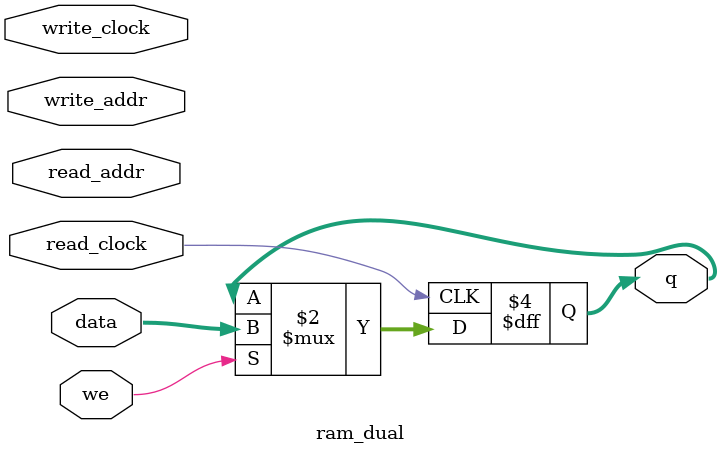
<source format=v>
module ram_dual (
    input [7:0] data,
    input [5:0] read_addr, write_addr,
    input we, read_clock, write_clock,
    output reg [7:0] q
);

  always @(posedge read_clock) begin
    if(we) begin
      q <= data;
    end
  end

endmodule
</source>
